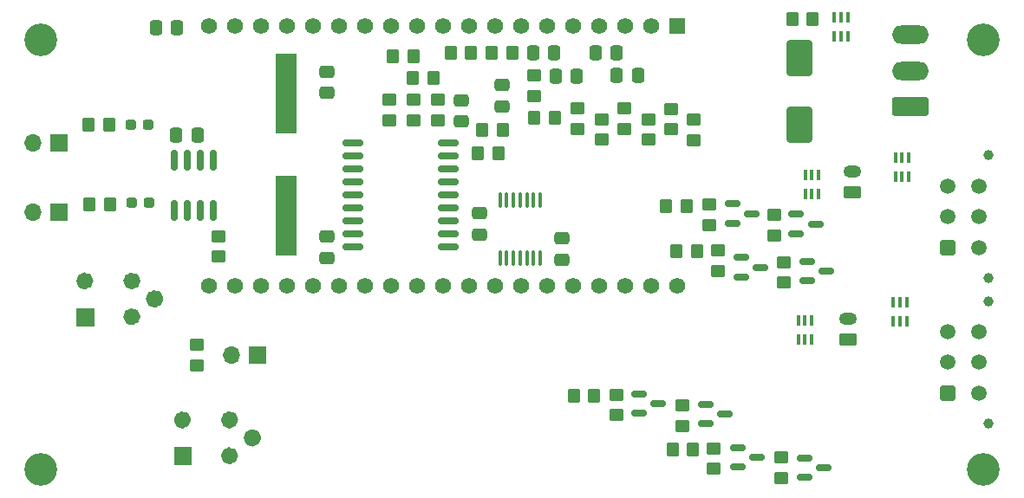
<source format=gts>
G04 #@! TF.GenerationSoftware,KiCad,Pcbnew,(6.0.1)*
G04 #@! TF.CreationDate,2022-05-31T14:36:13+02:00*
G04 #@! TF.ProjectId,Drawer_Controller,44726177-6572-45f4-936f-6e74726f6c6c,rev?*
G04 #@! TF.SameCoordinates,Original*
G04 #@! TF.FileFunction,Soldermask,Top*
G04 #@! TF.FilePolarity,Negative*
%FSLAX46Y46*%
G04 Gerber Fmt 4.6, Leading zero omitted, Abs format (unit mm)*
G04 Created by KiCad (PCBNEW (6.0.1)) date 2022-05-31 14:36:13*
%MOMM*%
%LPD*%
G01*
G04 APERTURE LIST*
G04 Aperture macros list*
%AMRoundRect*
0 Rectangle with rounded corners*
0 $1 Rounding radius*
0 $2 $3 $4 $5 $6 $7 $8 $9 X,Y pos of 4 corners*
0 Add a 4 corners polygon primitive as box body*
4,1,4,$2,$3,$4,$5,$6,$7,$8,$9,$2,$3,0*
0 Add four circle primitives for the rounded corners*
1,1,$1+$1,$2,$3*
1,1,$1+$1,$4,$5*
1,1,$1+$1,$6,$7*
1,1,$1+$1,$8,$9*
0 Add four rect primitives between the rounded corners*
20,1,$1+$1,$2,$3,$4,$5,0*
20,1,$1+$1,$4,$5,$6,$7,0*
20,1,$1+$1,$6,$7,$8,$9,0*
20,1,$1+$1,$8,$9,$2,$3,0*%
G04 Aperture macros list end*
%ADD10C,0.836200*%
%ADD11C,0.876200*%
%ADD12C,0.010000*%
%ADD13RoundRect,0.039000X0.156000X-0.491000X0.156000X0.491000X-0.156000X0.491000X-0.156000X-0.491000X0*%
%ADD14RoundRect,0.039000X-0.156000X0.491000X-0.156000X-0.491000X0.156000X-0.491000X0.156000X0.491000X0*%
%ADD15RoundRect,0.250000X0.337500X0.475000X-0.337500X0.475000X-0.337500X-0.475000X0.337500X-0.475000X0*%
%ADD16RoundRect,0.250000X0.450000X-0.350000X0.450000X0.350000X-0.450000X0.350000X-0.450000X-0.350000X0*%
%ADD17RoundRect,0.250000X-0.450000X0.350000X-0.450000X-0.350000X0.450000X-0.350000X0.450000X0.350000X0*%
%ADD18O,1.750000X1.200000*%
%ADD19RoundRect,0.250000X0.625000X-0.350000X0.625000X0.350000X-0.625000X0.350000X-0.625000X-0.350000X0*%
%ADD20RoundRect,0.150000X-0.587500X-0.150000X0.587500X-0.150000X0.587500X0.150000X-0.587500X0.150000X0*%
%ADD21C,1.000000*%
%ADD22RoundRect,0.250001X0.499999X-0.499999X0.499999X0.499999X-0.499999X0.499999X-0.499999X-0.499999X0*%
%ADD23C,1.500000*%
%ADD24R,2.000000X7.875000*%
%ADD25RoundRect,0.250000X-0.350000X-0.450000X0.350000X-0.450000X0.350000X0.450000X-0.350000X0.450000X0*%
%ADD26RoundRect,0.250000X0.350000X0.450000X-0.350000X0.450000X-0.350000X-0.450000X0.350000X-0.450000X0*%
%ADD27RoundRect,0.237500X0.287500X0.237500X-0.287500X0.237500X-0.287500X-0.237500X0.287500X-0.237500X0*%
%ADD28C,3.200000*%
%ADD29RoundRect,0.150000X-0.150000X0.825000X-0.150000X-0.825000X0.150000X-0.825000X0.150000X0.825000X0*%
%ADD30RoundRect,0.250000X0.475000X-0.337500X0.475000X0.337500X-0.475000X0.337500X-0.475000X-0.337500X0*%
%ADD31RoundRect,0.250000X-0.337500X-0.475000X0.337500X-0.475000X0.337500X0.475000X-0.337500X0.475000X0*%
%ADD32RoundRect,0.250000X-0.475000X0.337500X-0.475000X-0.337500X0.475000X-0.337500X0.475000X0.337500X0*%
%ADD33C,1.600000*%
%ADD34RoundRect,0.150000X-0.875000X-0.150000X0.875000X-0.150000X0.875000X0.150000X-0.875000X0.150000X0*%
%ADD35R,1.700000X1.700000*%
%ADD36O,1.700000X1.700000*%
%ADD37RoundRect,0.250000X1.000000X-1.500000X1.000000X1.500000X-1.000000X1.500000X-1.000000X-1.500000X0*%
%ADD38R,1.560000X1.560000*%
%ADD39C,1.560000*%
%ADD40RoundRect,0.100000X0.100000X-0.637500X0.100000X0.637500X-0.100000X0.637500X-0.100000X-0.637500X0*%
%ADD41RoundRect,0.250000X1.550000X-0.650000X1.550000X0.650000X-1.550000X0.650000X-1.550000X-0.650000X0*%
%ADD42O,3.600000X1.800000*%
G04 APERTURE END LIST*
D10*
X125337100Y-141125000D02*
G75*
G03*
X125337100Y-141125000I-418100J0D01*
G01*
X120737100Y-141125000D02*
G75*
G03*
X120737100Y-141125000I-418100J0D01*
G01*
X125337100Y-144625000D02*
G75*
G03*
X125337100Y-144625000I-418100J0D01*
G01*
D11*
X127587100Y-142875000D02*
G75*
G03*
X127587100Y-142875000I-438100J0D01*
G01*
D12*
X119482800Y-145461200D02*
X119482800Y-143788800D01*
X119482800Y-143788800D02*
X121155200Y-143788800D01*
X121155200Y-143788800D02*
X121155200Y-145461200D01*
X121155200Y-145461200D02*
X119482800Y-145461200D01*
G36*
X121155200Y-145461200D02*
G01*
X119482800Y-145461200D01*
X119482800Y-143788800D01*
X121155200Y-143788800D01*
X121155200Y-145461200D01*
G37*
X121155200Y-145461200D02*
X119482800Y-145461200D01*
X119482800Y-143788800D01*
X121155200Y-143788800D01*
X121155200Y-145461200D01*
D11*
X118048100Y-129286000D02*
G75*
G03*
X118048100Y-129286000I-438100J0D01*
G01*
D10*
X115798100Y-127536000D02*
G75*
G03*
X115798100Y-127536000I-418100J0D01*
G01*
X111198100Y-127536000D02*
G75*
G03*
X111198100Y-127536000I-418100J0D01*
G01*
X115798100Y-131036000D02*
G75*
G03*
X115798100Y-131036000I-418100J0D01*
G01*
D12*
X109943800Y-131872200D02*
X109943800Y-130199800D01*
X109943800Y-130199800D02*
X111616200Y-130199800D01*
X111616200Y-130199800D02*
X111616200Y-131872200D01*
X111616200Y-131872200D02*
X109943800Y-131872200D01*
G36*
X111616200Y-131872200D02*
G01*
X109943800Y-131872200D01*
X109943800Y-130199800D01*
X111616200Y-130199800D01*
X111616200Y-131872200D01*
G37*
X111616200Y-131872200D02*
X109943800Y-131872200D01*
X109943800Y-130199800D01*
X111616200Y-130199800D01*
X111616200Y-131872200D01*
D13*
X189723000Y-131491000D03*
X190373000Y-131491000D03*
X191023000Y-131491000D03*
X191023000Y-129621000D03*
X190373000Y-129621000D03*
X189723000Y-129621000D03*
D14*
X181752000Y-133269000D03*
X181102000Y-133269000D03*
X180452000Y-133269000D03*
X180452000Y-131399000D03*
X181102000Y-131399000D03*
X181752000Y-131399000D03*
X182440000Y-117185000D03*
X181790000Y-117185000D03*
X181140000Y-117185000D03*
X181140000Y-119055000D03*
X181790000Y-119055000D03*
X182440000Y-119055000D03*
D13*
X189926200Y-115447800D03*
X190576200Y-115447800D03*
X191226200Y-115447800D03*
X191226200Y-117317800D03*
X190576200Y-117317800D03*
X189926200Y-117317800D03*
X183982600Y-103601800D03*
X184632600Y-103601800D03*
X185282600Y-103601800D03*
X185282600Y-101731800D03*
X184632600Y-101731800D03*
X183982600Y-101731800D03*
D15*
X121787500Y-113250000D03*
X119712500Y-113250000D03*
D16*
X178152000Y-123105000D03*
X178152000Y-121105000D03*
D17*
X158900000Y-110675000D03*
X158900000Y-112675000D03*
X162687500Y-138661000D03*
X162687500Y-140661000D03*
D15*
X158837500Y-107500000D03*
X156762500Y-107500000D03*
D18*
X185733600Y-116850000D03*
D19*
X185733600Y-118850000D03*
D20*
X171402000Y-139616000D03*
X171402000Y-141516000D03*
X173277000Y-140566000D03*
D21*
X199025000Y-115250000D03*
X199025000Y-127250000D03*
D22*
X195085000Y-124250000D03*
D23*
X195085000Y-121250000D03*
X195085000Y-118250000D03*
X198085000Y-124250000D03*
X198085000Y-121250000D03*
X198085000Y-118250000D03*
D24*
X130403600Y-121132600D03*
X130403600Y-109257600D03*
D25*
X140850000Y-105550000D03*
X142850000Y-105550000D03*
X111250000Y-120036000D03*
X113250000Y-120036000D03*
D20*
X174912500Y-125250000D03*
X174912500Y-127150000D03*
X176787500Y-126200000D03*
D19*
X185301800Y-133257800D03*
D18*
X185301800Y-131257800D03*
D20*
X181314500Y-125616000D03*
X181314500Y-127516000D03*
X183189500Y-126566000D03*
D26*
X151150000Y-115050000D03*
X149150000Y-115050000D03*
D27*
X116998800Y-112236400D03*
X115248800Y-112236400D03*
D25*
X146500000Y-105250000D03*
X148500000Y-105250000D03*
D15*
X164787500Y-107450000D03*
X162712500Y-107450000D03*
D28*
X198500000Y-146000000D03*
D16*
X123850000Y-125155200D03*
X123850000Y-123155200D03*
D29*
X123317000Y-115736600D03*
X122047000Y-115736600D03*
X120777000Y-115736600D03*
X119507000Y-115736600D03*
X119507000Y-120686600D03*
X120777000Y-120686600D03*
X122047000Y-120686600D03*
X123317000Y-120686600D03*
D26*
X152550000Y-105200000D03*
X150550000Y-105200000D03*
D16*
X178816000Y-146796000D03*
X178816000Y-144796000D03*
D20*
X174576500Y-143830000D03*
X174576500Y-145730000D03*
X176451500Y-144780000D03*
D27*
X117100000Y-119875000D03*
X115350000Y-119875000D03*
D30*
X134416800Y-125268900D03*
X134416800Y-123193900D03*
D17*
X170250000Y-111800000D03*
X170250000Y-113800000D03*
D31*
X117712500Y-102750000D03*
X119787500Y-102750000D03*
D17*
X161300000Y-111750000D03*
X161300000Y-113750000D03*
D16*
X140550000Y-111850000D03*
X140550000Y-109850000D03*
D17*
X172212000Y-143907000D03*
X172212000Y-145907000D03*
D16*
X121750000Y-135800000D03*
X121750000Y-133800000D03*
D32*
X147550000Y-109862500D03*
X147550000Y-111937500D03*
D25*
X158512500Y-138788000D03*
X160512500Y-138788000D03*
D31*
X154562500Y-105250000D03*
X156637500Y-105250000D03*
D32*
X134400000Y-107062500D03*
X134400000Y-109137500D03*
X151500000Y-108412500D03*
X151500000Y-110487500D03*
D16*
X142850000Y-111850000D03*
X142850000Y-109850000D03*
X169164500Y-141693000D03*
X169164500Y-139693000D03*
D25*
X111173800Y-112258600D03*
X113173800Y-112258600D03*
D20*
X181053500Y-144846000D03*
X181053500Y-146746000D03*
X182928500Y-145796000D03*
D32*
X157353000Y-123397100D03*
X157353000Y-125472100D03*
D17*
X168000000Y-110725000D03*
X168000000Y-112725000D03*
D28*
X106500000Y-104000000D03*
D17*
X165800000Y-111750000D03*
X165800000Y-113750000D03*
D16*
X145250000Y-111850000D03*
X145250000Y-109850000D03*
D33*
X127149000Y-142875000D03*
D28*
X198500000Y-104000000D03*
D25*
X168552000Y-124661000D03*
X170552000Y-124661000D03*
D26*
X144800000Y-107700000D03*
X142800000Y-107700000D03*
D20*
X164925000Y-138600000D03*
X164925000Y-140500000D03*
X166800000Y-139550000D03*
D28*
X106500000Y-146000000D03*
D26*
X151600000Y-112750000D03*
X149600000Y-112750000D03*
D34*
X136955000Y-114046000D03*
X136955000Y-115316000D03*
X136955000Y-116586000D03*
X136955000Y-117856000D03*
X136955000Y-119126000D03*
X136955000Y-120396000D03*
X136955000Y-121666000D03*
X136955000Y-122936000D03*
X136955000Y-124206000D03*
X146255000Y-124206000D03*
X146255000Y-122936000D03*
X146255000Y-121666000D03*
X146255000Y-120396000D03*
X146255000Y-119126000D03*
X146255000Y-117856000D03*
X146255000Y-116586000D03*
X146255000Y-115316000D03*
X146255000Y-114046000D03*
D17*
X163500000Y-110675000D03*
X163500000Y-112675000D03*
D35*
X108275000Y-114046000D03*
D36*
X105735000Y-114046000D03*
D35*
X108275000Y-120786000D03*
D36*
X105735000Y-120786000D03*
D25*
X168164000Y-144018000D03*
X170164000Y-144018000D03*
D20*
X174039500Y-120012000D03*
X174039500Y-121912000D03*
X175914500Y-120962000D03*
D35*
X127625000Y-134750000D03*
D36*
X125085000Y-134750000D03*
D37*
X180543200Y-112292200D03*
X180543200Y-105792200D03*
D26*
X156650000Y-111600000D03*
X154650000Y-111600000D03*
D30*
X149352000Y-123008300D03*
X149352000Y-120933300D03*
D38*
X168604000Y-102616000D03*
D39*
X166064000Y-102616000D03*
X163524000Y-102616000D03*
X160984000Y-102616000D03*
X158444000Y-102616000D03*
X155904000Y-102616000D03*
X153364000Y-102616000D03*
X150824000Y-102616000D03*
X148284000Y-102616000D03*
X145744000Y-102616000D03*
X143204000Y-102616000D03*
X140664000Y-102616000D03*
X138124000Y-102616000D03*
X135584000Y-102616000D03*
X133044000Y-102616000D03*
X130504000Y-102616000D03*
X127964000Y-102616000D03*
X125424000Y-102616000D03*
X122884000Y-102616000D03*
X168604000Y-128016000D03*
X166064000Y-128016000D03*
X163524000Y-128016000D03*
X160984000Y-128016000D03*
X158444000Y-128016000D03*
X155904000Y-128016000D03*
X153364000Y-128016000D03*
X150824000Y-128016000D03*
X148284000Y-128016000D03*
X145744000Y-128016000D03*
X143204000Y-128016000D03*
X140664000Y-128016000D03*
X138124000Y-128016000D03*
X135584000Y-128016000D03*
X133044000Y-128016000D03*
X130504000Y-128016000D03*
X127964000Y-128016000D03*
X125424000Y-128016000D03*
X122884000Y-128016000D03*
D20*
X182137500Y-121978000D03*
X180262500Y-122928000D03*
X180262500Y-121028000D03*
D40*
X151339000Y-125341300D03*
X151989000Y-125341300D03*
X152639000Y-125341300D03*
X153289000Y-125341300D03*
X153939000Y-125341300D03*
X154589000Y-125341300D03*
X155239000Y-125341300D03*
X155239000Y-119616300D03*
X154589000Y-119616300D03*
X153939000Y-119616300D03*
X153289000Y-119616300D03*
X152639000Y-119616300D03*
X151989000Y-119616300D03*
X151339000Y-119616300D03*
D21*
X199025000Y-129500000D03*
X199025000Y-141500000D03*
D22*
X195085000Y-138500000D03*
D23*
X195085000Y-135500000D03*
X195085000Y-132500000D03*
X198085000Y-138500000D03*
X198085000Y-135500000D03*
X198085000Y-132500000D03*
D17*
X154700000Y-107450000D03*
X154700000Y-109450000D03*
D33*
X117610000Y-129286000D03*
D31*
X160662500Y-105200000D03*
X162737500Y-105200000D03*
D41*
X191392500Y-110482500D03*
D42*
X191392500Y-106982500D03*
X191392500Y-103482500D03*
D25*
X167538000Y-120250000D03*
X169538000Y-120250000D03*
D17*
X172600000Y-124550000D03*
X172600000Y-126550000D03*
D26*
X181848000Y-101955600D03*
X179848000Y-101955600D03*
D16*
X179077000Y-127693000D03*
X179077000Y-125693000D03*
D17*
X171802000Y-120089000D03*
X171802000Y-122089000D03*
M02*

</source>
